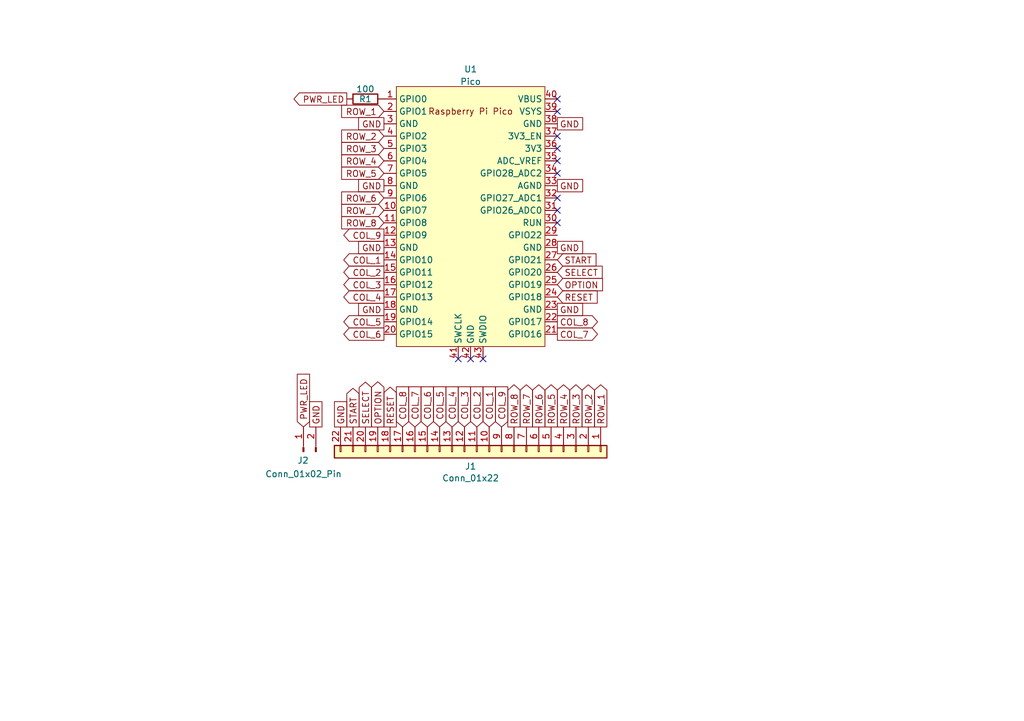
<source format=kicad_sch>
(kicad_sch (version 20231120) (generator "eeschema") (generator_version "8.0")
  (paper "A5")
  (title_block (title "Decent400 USB adapter") (date "2024-03-09") (rev "1") (company "Decent Consulting"))
  (lib_symbols
    (symbol "Connector:Conn_01x02_Pin" (pin_names (offset 1.016) hide)
      (property "Reference" "J" (at 0 2.54 0))
      (property "Value" "Conn_01x02_Pin" (at 0 -5.08 0))
      (symbol "Conn_01x02_Pin_1_1"
        (polyline (pts (xy 1.27 -2.54) (xy 0.8636 -2.54)) (stroke (width 0.1524)))
        (polyline (pts (xy 1.27 0) (xy 0.8636 0)) (stroke (width 0.1524)))
        (rectangle (start 0.8636 -2.413) (end 0 -2.667) (stroke (width 0.1524)) (fill (type outline)))
        (rectangle (start 0.8636 0.127) (end 0 -0.127) (stroke (width 0.1524)) (fill (type outline)))
        (pin passive line (at 5.08 0 180) (length 3.81) (name "Pin_1") (number "1"))
        (pin passive line (at 5.08 -2.54 180) (length 3.81) (name "Pin_2") (number "2"))
      )
    )
    (symbol "Connector_Generic:Conn_01x22" (pin_names (offset 1.016) hide)
      (property "Reference" "J" (at 0 27.94 0))
      (property "Value" "Conn_01x22" (at 0 -30.48 0))
      (symbol "Conn_01x22_1_1"
        (rectangle (start -1.27 -27.813) (end 0 -28.067) (stroke (width 0.1524)))
        (rectangle (start -1.27 -25.273) (end 0 -25.527) (stroke (width 0.1524)))
        (rectangle (start -1.27 -22.733) (end 0 -22.987) (stroke (width 0.1524)))
        (rectangle (start -1.27 -20.193) (end 0 -20.447) (stroke (width 0.1524)))
        (rectangle (start -1.27 -17.653) (end 0 -17.907) (stroke (width 0.1524)))
        (rectangle (start -1.27 -15.113) (end 0 -15.367) (stroke (width 0.1524)))
        (rectangle (start -1.27 -12.573) (end 0 -12.827) (stroke (width 0.1524)))
        (rectangle (start -1.27 -10.033) (end 0 -10.287) (stroke (width 0.1524)))
        (rectangle (start -1.27 -7.493) (end 0 -7.747) (stroke (width 0.1524)))
        (rectangle (start -1.27 -4.953) (end 0 -5.207) (stroke (width 0.1524)))
        (rectangle (start -1.27 -2.413) (end 0 -2.667) (stroke (width 0.1524)))
        (rectangle (start -1.27 0.127) (end 0 -0.127) (stroke (width 0.1524)))
        (rectangle (start -1.27 2.667) (end 0 2.413) (stroke (width 0.1524)))
        (rectangle (start -1.27 5.207) (end 0 4.953) (stroke (width 0.1524)))
        (rectangle (start -1.27 7.747) (end 0 7.493) (stroke (width 0.1524)))
        (rectangle (start -1.27 10.287) (end 0 10.033) (stroke (width 0.1524)))
        (rectangle (start -1.27 12.827) (end 0 12.573) (stroke (width 0.1524)))
        (rectangle (start -1.27 15.367) (end 0 15.113) (stroke (width 0.1524)))
        (rectangle (start -1.27 17.907) (end 0 17.653) (stroke (width 0.1524)))
        (rectangle (start -1.27 20.447) (end 0 20.193) (stroke (width 0.1524)))
        (rectangle (start -1.27 22.987) (end 0 22.733) (stroke (width 0.1524)))
        (rectangle (start -1.27 25.527) (end 0 25.273) (stroke (width 0.1524)))
        (rectangle (start -1.27 26.67) (end 1.27 -29.21) (stroke (width 0.254)) (fill (type background)))
        (pin passive line (at -5.08 25.4 0) (length 3.81) (name "Pin_1") (number "1"))
        (pin passive line (at -5.08 2.54 0) (length 3.81) (name "Pin_10") (number "10"))
        (pin passive line (at -5.08 0 0) (length 3.81) (name "Pin_11") (number "11"))
        (pin passive line (at -5.08 -2.54 0) (length 3.81) (name "Pin_12") (number "12"))
        (pin passive line (at -5.08 -5.08 0) (length 3.81) (name "Pin_13") (number "13"))
        (pin passive line (at -5.08 -7.62 0) (length 3.81) (name "Pin_14") (number "14"))
        (pin passive line (at -5.08 -10.16 0) (length 3.81) (name "Pin_15") (number "15"))
        (pin passive line (at -5.08 -12.7 0) (length 3.81) (name "Pin_16") (number "16"))
        (pin passive line (at -5.08 -15.24 0) (length 3.81) (name "Pin_17") (number "17"))
        (pin passive line (at -5.08 -17.78 0) (length 3.81) (name "Pin_18") (number "18"))
        (pin passive line (at -5.08 -20.32 0) (length 3.81) (name "Pin_19") (number "19"))
        (pin passive line (at -5.08 22.86 0) (length 3.81) (name "Pin_2") (number "2"))
        (pin passive line (at -5.08 -22.86 0) (length 3.81) (name "Pin_20") (number "20"))
        (pin passive line (at -5.08 -25.4 0) (length 3.81) (name "Pin_21") (number "21"))
        (pin passive line (at -5.08 -27.94 0) (length 3.81) (name "Pin_22") (number "22"))
        (pin passive line (at -5.08 20.32 0) (length 3.81) (name "Pin_3") (number "3"))
        (pin passive line (at -5.08 17.78 0) (length 3.81) (name "Pin_4") (number "4"))
        (pin passive line (at -5.08 15.24 0) (length 3.81) (name "Pin_5") (number "5"))
        (pin passive line (at -5.08 12.7 0) (length 3.81) (name "Pin_6") (number "6"))
        (pin passive line (at -5.08 10.16 0) (length 3.81) (name "Pin_7") (number "7"))
        (pin passive line (at -5.08 7.62 0) (length 3.81) (name "Pin_8") (number "8"))
        (pin passive line (at -5.08 5.08 0) (length 3.81) (name "Pin_9") (number "9"))
      )
    )
    (symbol "Device:R" (pin_numbers hide) (pin_names (offset 0))
      (property "Reference" "R" (at 2.032 0 90))
      (property "Value" "R" (at 0 0 90))
      (symbol "R_0_1"
        (rectangle (start -1.016 -2.54) (end 1.016 2.54) (stroke (width 0.254)))
      )
      (symbol "R_1_1"
        (pin passive line (at 0 3.81 270) (length 1.27) (name "~") (number "1"))
        (pin passive line (at 0 -3.81 90) (length 1.27) (name "~") (number "2"))
      )
    )
    (symbol "Rasppberry Pi:Pico"
      (property "Reference" "U" (at -13.97 27.94 0))
      (property "Value" "Pico" (at 0 19.05 0))
      (symbol "Pico_0_0"
        (text "Raspberry Pi Pico" (at 0 21.59 0) (effects (font (size 1.27 1.27))))
      )
      (symbol "Pico_0_1"
        (rectangle (start -15.24 26.67) (end 15.24 -26.67) (fill (type background)))
      )
      (symbol "Pico_1_1"
        (pin bidirectional line (at -17.78 24.13 0) (length 2.54) (name "GPIO0") (number "1"))
        (pin bidirectional line (at -17.78 1.27 0) (length 2.54) (name "GPIO7") (number "10"))
        (pin bidirectional line (at -17.78 -1.27 0) (length 2.54) (name "GPIO8") (number "11"))
        (pin bidirectional line (at -17.78 -3.81 0) (length 2.54) (name "GPIO9") (number "12"))
        (pin power_in line (at -17.78 -6.35 0) (length 2.54) (name "GND") (number "13"))
        (pin bidirectional line (at -17.78 -8.89 0) (length 2.54) (name "GPIO10") (number "14"))
        (pin bidirectional line (at -17.78 -11.43 0) (length 2.54) (name "GPIO11") (number "15"))
        (pin bidirectional line (at -17.78 -13.97 0) (length 2.54) (name "GPIO12") (number "16"))
        (pin bidirectional line (at -17.78 -16.51 0) (length 2.54) (name "GPIO13") (number "17"))
        (pin power_in line (at -17.78 -19.05 0) (length 2.54) (name "GND") (number "18"))
        (pin bidirectional line (at -17.78 -21.59 0) (length 2.54) (name "GPIO14") (number "19"))
        (pin bidirectional line (at -17.78 21.59 0) (length 2.54) (name "GPIO1") (number "2"))
        (pin bidirectional line (at -17.78 -24.13 0) (length 2.54) (name "GPIO15") (number "20"))
        (pin bidirectional line (at 17.78 -24.13 180) (length 2.54) (name "GPIO16") (number "21"))
        (pin bidirectional line (at 17.78 -21.59 180) (length 2.54) (name "GPIO17") (number "22"))
        (pin power_in line (at 17.78 -19.05 180) (length 2.54) (name "GND") (number "23"))
        (pin bidirectional line (at 17.78 -16.51 180) (length 2.54) (name "GPIO18") (number "24"))
        (pin bidirectional line (at 17.78 -13.97 180) (length 2.54) (name "GPIO19") (number "25"))
        (pin bidirectional line (at 17.78 -11.43 180) (length 2.54) (name "GPIO20") (number "26"))
        (pin bidirectional line (at 17.78 -8.89 180) (length 2.54) (name "GPIO21") (number "27"))
        (pin power_in line (at 17.78 -6.35 180) (length 2.54) (name "GND") (number "28"))
        (pin bidirectional line (at 17.78 -3.81 180) (length 2.54) (name "GPIO22") (number "29"))
        (pin power_in line (at -17.78 19.05 0) (length 2.54) (name "GND") (number "3"))
        (pin input line (at 17.78 -1.27 180) (length 2.54) (name "RUN") (number "30"))
        (pin bidirectional line (at 17.78 1.27 180) (length 2.54) (name "GPIO26_ADC0") (number "31"))
        (pin bidirectional line (at 17.78 3.81 180) (length 2.54) (name "GPIO27_ADC1") (number "32"))
        (pin power_in line (at 17.78 6.35 180) (length 2.54) (name "AGND") (number "33"))
        (pin bidirectional line (at 17.78 8.89 180) (length 2.54) (name "GPIO28_ADC2") (number "34"))
        (pin power_in line (at 17.78 11.43 180) (length 2.54) (name "ADC_VREF") (number "35"))
        (pin power_in line (at 17.78 13.97 180) (length 2.54) (name "3V3") (number "36"))
        (pin input line (at 17.78 16.51 180) (length 2.54) (name "3V3_EN") (number "37"))
        (pin bidirectional line (at 17.78 19.05 180) (length 2.54) (name "GND") (number "38"))
        (pin power_in line (at 17.78 21.59 180) (length 2.54) (name "VSYS") (number "39"))
        (pin bidirectional line (at -17.78 16.51 0) (length 2.54) (name "GPIO2") (number "4"))
        (pin power_in line (at 17.78 24.13 180) (length 2.54) (name "VBUS") (number "40"))
        (pin input line (at -2.54 -29.21 90) (length 2.54) (name "SWCLK") (number "41"))
        (pin power_in line (at 0 -29.21 90) (length 2.54) (name "GND") (number "42"))
        (pin bidirectional line (at 2.54 -29.21 90) (length 2.54) (name "SWDIO") (number "43"))
        (pin bidirectional line (at -17.78 13.97 0) (length 2.54) (name "GPIO3") (number "5"))
        (pin bidirectional line (at -17.78 11.43 0) (length 2.54) (name "GPIO4") (number "6"))
        (pin bidirectional line (at -17.78 8.89 0) (length 2.54) (name "GPIO5") (number "7"))
        (pin power_in line (at -17.78 6.35 0) (length 2.54) (name "GND") (number "8"))
        (pin bidirectional line (at -17.78 3.81 0) (length 2.54) (name "GPIO6") (number "9"))
      )
    )
  )
  (no_connect (at 114.3 35.56))
  (no_connect (at 114.3 33.02))
  (no_connect (at 114.3 45.72))
  (no_connect (at 114.3 43.18))
  (no_connect (at 114.3 30.48))
  (no_connect (at 96.52 73.66))
  (no_connect (at 114.3 40.64))
  (no_connect (at 114.3 27.94))
  (no_connect (at 99.06 73.66))
  (no_connect (at 114.3 22.86))
  (no_connect (at 93.98 73.66))
  (no_connect (at 114.3 20.32))
  (global_label "GND" (shape passive) (at 78.74 25.4 180) (property "Intersheetrefs" "${INTERSHEET_REFS}" (effects (hide yes))))
  (global_label "COL_2" (shape input) (at 97.79 87.63 90) (property "Intersheetrefs" "${INTERSHEET_REFS}" (effects (hide yes))))
  (global_label "ROW_7" (shape output) (at 107.95 87.63 90) (property "Intersheetrefs" "${INTERSHEET_REFS}" (effects (hide yes))))
  (global_label "COL_4" (shape output) (at 78.74 60.96 180) (property "Intersheetrefs" "${INTERSHEET_REFS}" (effects (hide yes))))
  (global_label "PWR_LED" (shape output) (at 71.12 20.32 180) (property "Intersheetrefs" "${INTERSHEET_REFS}" (effects (hide yes))))
  (global_label "ROW_8" (shape output) (at 105.41 87.63 90) (property "Intersheetrefs" "${INTERSHEET_REFS}" (effects (hide yes))))
  (global_label "SELECT" (shape input) (at 114.3 55.88 0) (property "Intersheetrefs" "${INTERSHEET_REFS}" (effects (hide yes))))
  (global_label "ROW_3" (shape output) (at 118.11 87.63 90) (property "Intersheetrefs" "${INTERSHEET_REFS}" (effects (hide yes))))
  (global_label "RESET" (shape input) (at 114.3 60.96 0) (property "Intersheetrefs" "${INTERSHEET_REFS}" (effects (hide yes))))
  (global_label "RESET" (shape output) (at 80.01 87.63 90) (property "Intersheetrefs" "${INTERSHEET_REFS}" (effects (hide yes))))
  (global_label "ROW_5" (shape output) (at 113.03 87.63 90) (property "Intersheetrefs" "${INTERSHEET_REFS}" (effects (hide yes))))
  (global_label "SELECT" (shape output) (at 74.93 87.63 90) (property "Intersheetrefs" "${INTERSHEET_REFS}" (effects (hide yes))))
  (global_label "ROW_7" (shape input) (at 78.74 43.18 180) (property "Intersheetrefs" "${INTERSHEET_REFS}" (effects (hide yes))))
  (global_label "GND" (shape passive) (at 78.74 63.5 180) (property "Intersheetrefs" "${INTERSHEET_REFS}" (effects (hide yes))))
  (global_label "ROW_1" (shape input) (at 78.74 22.86 180) (property "Intersheetrefs" "${INTERSHEET_REFS}" (effects (hide yes))))
  (global_label "COL_1" (shape input) (at 100.33 87.63 90) (property "Intersheetrefs" "${INTERSHEET_REFS}" (effects (hide yes))))
  (global_label "ROW_3" (shape input) (at 78.74 30.48 180) (property "Intersheetrefs" "${INTERSHEET_REFS}" (effects (hide yes))))
  (global_label "COL_5" (shape input) (at 90.17 87.63 90) (property "Intersheetrefs" "${INTERSHEET_REFS}" (effects (hide yes))))
  (global_label "COL_9" (shape output) (at 78.74 48.26 180) (property "Intersheetrefs" "${INTERSHEET_REFS}" (effects (hide yes))))
  (global_label "COL_8" (shape input) (at 82.55 87.63 90) (property "Intersheetrefs" "${INTERSHEET_REFS}" (effects (hide yes))))
  (global_label "ROW_6" (shape output) (at 110.49 87.63 90) (property "Intersheetrefs" "${INTERSHEET_REFS}" (effects (hide yes))))
  (global_label "COL_5" (shape output) (at 78.74 66.04 180) (property "Intersheetrefs" "${INTERSHEET_REFS}" (effects (hide yes))))
  (global_label "COL_4" (shape input) (at 92.71 87.63 90) (property "Intersheetrefs" "${INTERSHEET_REFS}" (effects (hide yes))))
  (global_label "COL_2" (shape output) (at 78.74 55.88 180) (property "Intersheetrefs" "${INTERSHEET_REFS}" (effects (hide yes))))
  (global_label "COL_1" (shape output) (at 78.74 53.34 180) (property "Intersheetrefs" "${INTERSHEET_REFS}" (effects (hide yes))))
  (global_label "COL_8" (shape output) (at 114.3 66.04 0) (property "Intersheetrefs" "${INTERSHEET_REFS}" (effects (hide yes))))
  (global_label "GND" (shape passive) (at 114.3 50.8 0) (property "Intersheetrefs" "${INTERSHEET_REFS}" (effects (hide yes))))
  (global_label "GND" (shape passive) (at 69.85 87.63 90) (property "Intersheetrefs" "${INTERSHEET_REFS}" (effects (hide yes))))
  (global_label "COL_9" (shape input) (at 102.87 87.63 90) (property "Intersheetrefs" "${INTERSHEET_REFS}" (effects (hide yes))))
  (global_label "OPTION" (shape output) (at 77.47 87.63 90) (property "Intersheetrefs" "${INTERSHEET_REFS}" (effects (hide yes))))
  (global_label "GND" (shape passive) (at 78.74 38.1 180) (property "Intersheetrefs" "${INTERSHEET_REFS}" (effects (hide yes))))
  (global_label "COL_3" (shape output) (at 78.74 58.42 180) (property "Intersheetrefs" "${INTERSHEET_REFS}" (effects (hide yes))))
  (global_label "GND" (shape passive) (at 114.3 25.4 0) (property "Intersheetrefs" "${INTERSHEET_REFS}" (effects (hide yes))))
  (global_label "ROW_6" (shape input) (at 78.74 40.64 180) (property "Intersheetrefs" "${INTERSHEET_REFS}" (effects (hide yes))))
  (global_label "GND" (shape passive) (at 114.3 38.1 0) (property "Intersheetrefs" "${INTERSHEET_REFS}" (effects (hide yes))))
  (global_label "OPTION" (shape input) (at 114.3 58.42 0) (property "Intersheetrefs" "${INTERSHEET_REFS}" (effects (hide yes))))
  (global_label "ROW_2" (shape output) (at 120.65 87.63 90) (property "Intersheetrefs" "${INTERSHEET_REFS}" (effects (hide yes))))
  (global_label "GND" (shape passive) (at 78.74 50.8 180) (property "Intersheetrefs" "${INTERSHEET_REFS}" (effects (hide yes))))
  (global_label "ROW_5" (shape input) (at 78.74 35.56 180) (property "Intersheetrefs" "${INTERSHEET_REFS}" (effects (hide yes))))
  (global_label "COL_7" (shape input) (at 85.09 87.63 90) (property "Intersheetrefs" "${INTERSHEET_REFS}" (effects (hide yes))))
  (global_label "START" (shape input) (at 114.3 53.34 0) (property "Intersheetrefs" "${INTERSHEET_REFS}" (effects (hide yes))))
  (global_label "ROW_4" (shape input) (at 78.74 33.02 180) (property "Intersheetrefs" "${INTERSHEET_REFS}" (effects (hide yes))))
  (global_label "ROW_4" (shape output) (at 115.57 87.63 90) (property "Intersheetrefs" "${INTERSHEET_REFS}" (effects (hide yes))))
  (global_label "ROW_2" (shape input) (at 78.74 27.94 180) (property "Intersheetrefs" "${INTERSHEET_REFS}" (effects (hide yes))))
  (global_label "PWR_LED" (shape input) (at 62.23 87.63 90) (property "Intersheetrefs" "${INTERSHEET_REFS}" (effects (hide yes))))
  (global_label "GND" (shape passive) (at 64.77 87.63 90) (property "Intersheetrefs" "${INTERSHEET_REFS}" (effects (hide yes))))
  (global_label "COL_7" (shape output) (at 114.3 68.58 0) (property "Intersheetrefs" "${INTERSHEET_REFS}" (effects (hide yes))))
  (global_label "ROW_1" (shape output) (at 123.19 87.63 90) (property "Intersheetrefs" "${INTERSHEET_REFS}" (effects (hide yes))))
  (global_label "COL_6" (shape output) (at 78.74 68.58 180) (property "Intersheetrefs" "${INTERSHEET_REFS}" (effects (hide yes))))
  (global_label "START" (shape output) (at 72.39 87.63 90) (property "Intersheetrefs" "${INTERSHEET_REFS}" (effects (hide yes))))
  (global_label "GND" (shape passive) (at 114.3 63.5 0) (property "Intersheetrefs" "${INTERSHEET_REFS}" (effects (hide yes))))
  (global_label "COL_6" (shape input) (at 87.63 87.63 90) (property "Intersheetrefs" "${INTERSHEET_REFS}" (effects (hide yes))))
  (global_label "ROW_8" (shape input) (at 78.74 45.72 180) (property "Intersheetrefs" "${INTERSHEET_REFS}" (effects (hide yes))))
  (global_label "COL_3" (shape input) (at 95.25 87.63 90) (property "Intersheetrefs" "${INTERSHEET_REFS}" (effects (hide yes))))
  (symbol (lib_id "Device:R") (at 74.93 20.32 270) (unit 1)
    (property "Reference" "R1" (at 74.93 20.32 90))
    (property "Value" "100" (at 74.93 18.288 90))
    (property "Footprint" "Resistor_THT:R_Axial_DIN0411_L9.9mm_D3.6mm_P12.70mm_Horizontal" (effects (hide yes)))
  )
  (symbol (lib_id "Rasppberry Pi:Pico") (at 96.52 44.45 0) (unit 1)
    (property "Reference" "U1" (at 96.52 14.2072 0))
    (property "Value" "Pico" (at 96.52 16.7441 0))
    (property "Footprint" "MCU_RaspberryPi_and_Boards:RPi_Pico_SMD_TH" (effects (hide yes)))
  )
  (symbol (lib_id "Connector_Generic:Conn_01x22") (at 97.79 92.71 270) (unit 1)
    (property "Reference" "J1" (at 96.52 95.7001 90))
    (property "Value" "Conn_01x22" (at 96.52 98.1244 90))
    (property "Footprint" "Connector_PinHeader_2.54mm:PinHeader_1x22_P2.54mm_Horizontal" (effects (hide yes)))
    (property "Description" "Generic connector, single row, 01x22, script generated (kicad-library-utils/schlib/autogen/connector/)" (effects (hide yes)))
  )
  (symbol (lib_id "Connector:Conn_01x02_Pin") (at 62.23 92.71 90) (unit 1)
    (property "Reference" "J2" (at 60.96 94.488 90) (effects (justify right)))
    (property "Value" "Conn_01x02_Pin" (at 54.356 97.282 90) (effects (justify right)))
    (property "Footprint" "Connector_PinHeader_2.54mm:PinHeader_1x02_P2.54mm_Horizontal" (effects (hide yes)))
    (property "Description" "Generic connector, single row, 01x02, script generated" (effects (hide yes)))
  )
)
</source>
